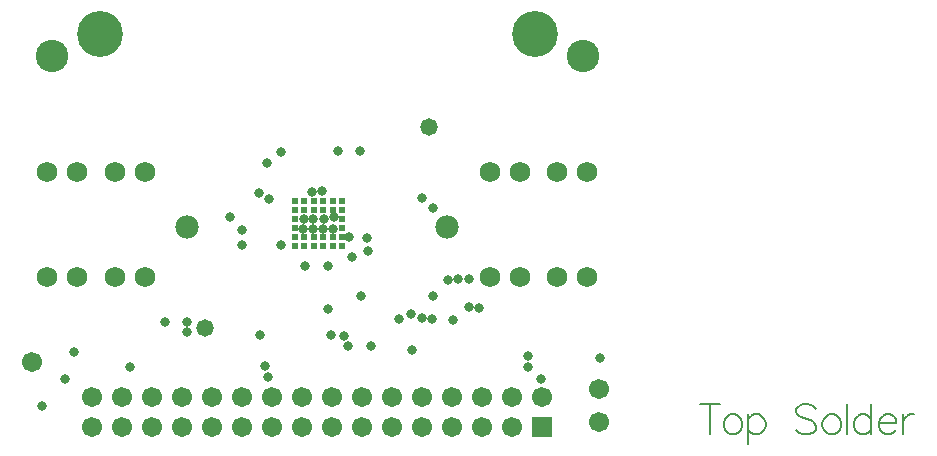
<source format=gts>
%FSLAX23Y23*%
%MOIN*%
G70*
G01*
G75*
G04 Layer_Color=8388736*
%ADD10C,0.016*%
%ADD11C,0.010*%
%ADD12C,0.020*%
%ADD13C,0.018*%
%ADD14C,0.015*%
%ADD15C,0.100*%
%ADD16C,0.145*%
%ADD17C,0.050*%
%ADD18C,0.070*%
%ADD19C,0.060*%
%ADD20O,0.060X0.061*%
%ADD21C,0.059*%
%ADD22C,0.059*%
%ADD23R,0.059X0.059*%
%ADD24C,0.025*%
%ADD25R,0.051X0.059*%
%ADD26R,0.058X0.039*%
%ADD27R,0.022X0.057*%
%ADD28R,0.022X0.057*%
%ADD29R,0.039X0.058*%
%ADD30R,0.035X0.037*%
%ADD31R,0.035X0.037*%
%ADD32C,0.020*%
%ADD33C,0.025*%
%ADD34C,0.004*%
%ADD35C,0.006*%
%ADD36C,0.005*%
%ADD37C,0.004*%
%ADD38C,0.010*%
%ADD39C,0.008*%
%ADD40C,0.008*%
%ADD41R,0.420X0.140*%
%ADD42R,0.250X0.130*%
%ADD43R,0.170X0.050*%
%ADD44R,0.080X0.080*%
%ADD45R,0.021X0.068*%
%ADD46C,0.024*%
%ADD47C,0.108*%
%ADD48C,0.153*%
%ADD49C,0.058*%
%ADD50C,0.078*%
%ADD51C,0.068*%
%ADD52O,0.068X0.069*%
%ADD53C,0.067*%
%ADD54C,0.067*%
%ADD55R,0.067X0.067*%
%ADD56C,0.033*%
D35*
X2308Y150D02*
Y50D01*
X2275Y150D02*
X2342D01*
X2377Y117D02*
X2368Y112D01*
X2358Y102D01*
X2354Y88D01*
Y79D01*
X2358Y64D01*
X2368Y55D01*
X2377Y50D01*
X2392D01*
X2401Y55D01*
X2411Y64D01*
X2415Y79D01*
Y88D01*
X2411Y102D01*
X2401Y112D01*
X2392Y117D01*
X2377D01*
X2437D02*
Y17D01*
Y102D02*
X2447Y112D01*
X2456Y117D01*
X2471D01*
X2480Y112D01*
X2490Y102D01*
X2494Y88D01*
Y79D01*
X2490Y64D01*
X2480Y55D01*
X2471Y50D01*
X2456D01*
X2447Y55D01*
X2437Y64D01*
X2661Y136D02*
X2652Y145D01*
X2637Y150D01*
X2618D01*
X2604Y145D01*
X2594Y136D01*
Y126D01*
X2599Y117D01*
X2604Y112D01*
X2613Y107D01*
X2642Y98D01*
X2652Y93D01*
X2656Y88D01*
X2661Y79D01*
Y64D01*
X2652Y55D01*
X2637Y50D01*
X2618D01*
X2604Y55D01*
X2594Y64D01*
X2707Y117D02*
X2698Y112D01*
X2688Y102D01*
X2683Y88D01*
Y79D01*
X2688Y64D01*
X2698Y55D01*
X2707Y50D01*
X2722D01*
X2731Y55D01*
X2741Y64D01*
X2745Y79D01*
Y88D01*
X2741Y102D01*
X2731Y112D01*
X2722Y117D01*
X2707D01*
X2767Y150D02*
Y50D01*
X2845Y150D02*
Y50D01*
Y102D02*
X2836Y112D01*
X2826Y117D01*
X2812D01*
X2803Y112D01*
X2793Y102D01*
X2788Y88D01*
Y79D01*
X2793Y64D01*
X2803Y55D01*
X2812Y50D01*
X2826D01*
X2836Y55D01*
X2845Y64D01*
X2872Y88D02*
X2929D01*
Y98D01*
X2924Y107D01*
X2920Y112D01*
X2910Y117D01*
X2896D01*
X2886Y112D01*
X2877Y102D01*
X2872Y88D01*
Y79D01*
X2877Y64D01*
X2886Y55D01*
X2896Y50D01*
X2910D01*
X2920Y55D01*
X2929Y64D01*
X2951Y117D02*
Y50D01*
Y88D02*
X2955Y102D01*
X2965Y112D01*
X2974Y117D01*
X2989D01*
D46*
X925Y679D02*
D03*
X956D02*
D03*
X988D02*
D03*
X1019D02*
D03*
X1051D02*
D03*
X1082Y709D02*
D03*
X1051D02*
D03*
X988D02*
D03*
X956D02*
D03*
X925D02*
D03*
X1082Y738D02*
D03*
X925D02*
D03*
X1082Y768D02*
D03*
X925D02*
D03*
X1082Y797D02*
D03*
X1051D02*
D03*
X1019D02*
D03*
X988D02*
D03*
X956D02*
D03*
X925D02*
D03*
X1082Y827D02*
D03*
X1051D02*
D03*
X1019D02*
D03*
X988D02*
D03*
X956D02*
D03*
X925D02*
D03*
X1082Y679D02*
D03*
X1019Y709D02*
D03*
D47*
X1885Y1310D02*
D03*
X115D02*
D03*
D48*
X1725Y1385D02*
D03*
X275D02*
D03*
D49*
X1373Y1075D02*
D03*
X627Y405D02*
D03*
D50*
X1433Y740D02*
D03*
X567D02*
D03*
D51*
X1800Y575D02*
D03*
Y925D02*
D03*
X100Y575D02*
D03*
X325D02*
D03*
X100Y925D02*
D03*
X325D02*
D03*
X1575D02*
D03*
Y575D02*
D03*
D52*
X1900D02*
D03*
X200Y925D02*
D03*
X425D02*
D03*
X1675D02*
D03*
X425Y575D02*
D03*
X200D02*
D03*
X1900Y925D02*
D03*
X1675Y575D02*
D03*
D53*
X250Y175D02*
D03*
X350D02*
D03*
Y75D02*
D03*
X650Y175D02*
D03*
X750Y75D02*
D03*
X850Y175D02*
D03*
X950D02*
D03*
Y75D02*
D03*
X1050Y175D02*
D03*
X1150D02*
D03*
Y75D02*
D03*
X1250Y175D02*
D03*
X1350D02*
D03*
Y75D02*
D03*
X1450Y175D02*
D03*
X1550D02*
D03*
Y75D02*
D03*
X1650Y175D02*
D03*
X450Y175D02*
D03*
X550D02*
D03*
Y75D02*
D03*
X750Y175D02*
D03*
X1750Y175D02*
D03*
X50Y290D02*
D03*
X1940Y90D02*
D03*
Y200D02*
D03*
D54*
X250Y75D02*
D03*
X650Y75D02*
D03*
X850D02*
D03*
X1050D02*
D03*
X1250Y75D02*
D03*
X1450D02*
D03*
X1650D02*
D03*
X450Y75D02*
D03*
D55*
X1750Y75D02*
D03*
D56*
X377Y275D02*
D03*
X1942Y304D02*
D03*
X809Y380D02*
D03*
X564Y391D02*
D03*
X566Y424D02*
D03*
X493D02*
D03*
X1350Y838D02*
D03*
X82Y145D02*
D03*
X1036Y610D02*
D03*
X1034Y469D02*
D03*
X960Y610D02*
D03*
X748Y682D02*
D03*
X880D02*
D03*
X1101Y343D02*
D03*
X188Y323D02*
D03*
X1317Y330D02*
D03*
X1180Y346D02*
D03*
X1144Y510D02*
D03*
X1114Y641D02*
D03*
X986Y733D02*
D03*
X1021Y769D02*
D03*
X954D02*
D03*
X982Y858D02*
D03*
X1105Y709D02*
D03*
X987Y769D02*
D03*
X1054Y773D02*
D03*
X1053Y734D02*
D03*
X953Y735D02*
D03*
X1273Y433D02*
D03*
X1017Y860D02*
D03*
X1437Y565D02*
D03*
X1386Y510D02*
D03*
X1470Y567D02*
D03*
X1540Y472D02*
D03*
X1507Y568D02*
D03*
X1701Y275D02*
D03*
Y311D02*
D03*
X1744Y235D02*
D03*
X835Y240D02*
D03*
X826Y278D02*
D03*
X806Y854D02*
D03*
X839Y835D02*
D03*
X1141Y994D02*
D03*
X1069Y995D02*
D03*
X832Y956D02*
D03*
X878Y991D02*
D03*
X748Y731D02*
D03*
X710Y775D02*
D03*
X1168Y660D02*
D03*
X1020Y734D02*
D03*
X1313Y451D02*
D03*
X1349Y437D02*
D03*
X1382Y435D02*
D03*
X1451Y431D02*
D03*
X1506Y476D02*
D03*
X1167Y706D02*
D03*
X1384Y804D02*
D03*
X1047Y380D02*
D03*
X1088Y379D02*
D03*
X160Y234D02*
D03*
M02*

</source>
